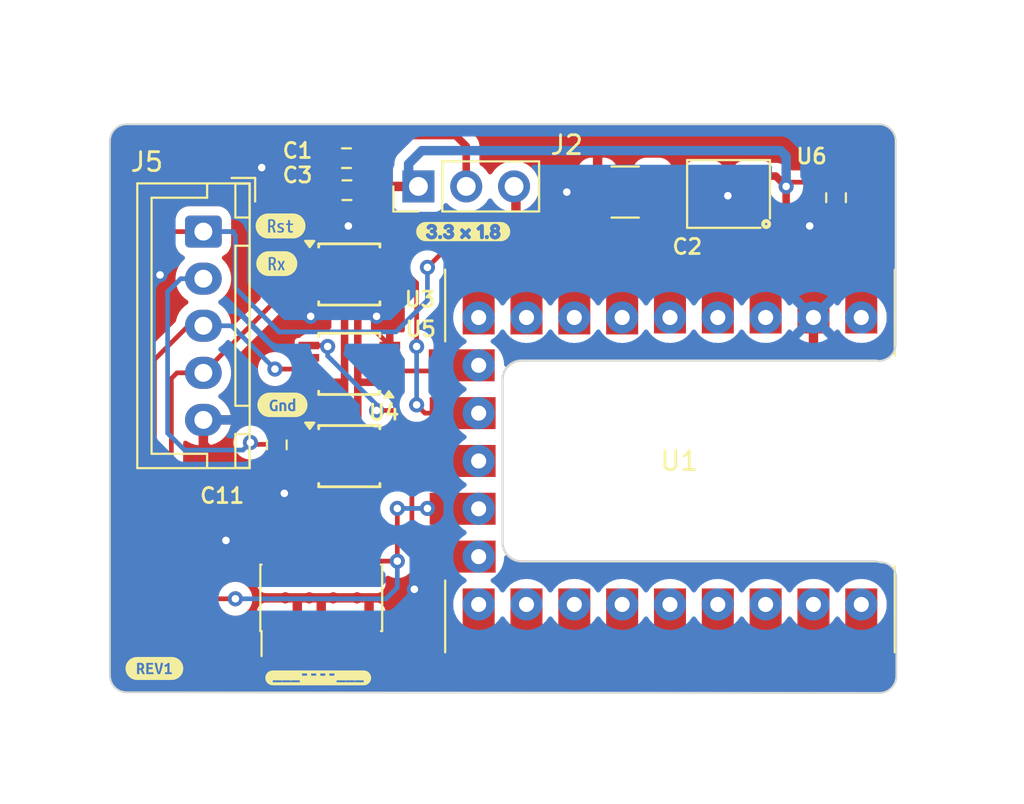
<source format=kicad_pcb>
(kicad_pcb (version 20240108) (generator "pcbnew") (generator_version "8.0")
  (layers (0 "F.Cu" signal) (31 "B.Cu" signal) (34 "B.Paste" user) (35 "F.Paste" user) (36 "B.SilkS" user "B.Silkscreen") (37 "F.SilkS" user "F.Silkscreen") (38 "B.Mask" user) (39 "F.Mask" user) (44 "Edge.Cuts" user))
  (net 0 "")
  (net 1 "+3.3V")
  (net 6 "GND")
  (net 14 "OUT_UART_RX")
  (net 18 "INOUT_NRESET")
  (net 19 "OUT_SWDIO")
  (net 20 "OUT_SWDCLK")
  (net 24 "INOUT_SWO")
  (net 25 "OUT_UART_RX_3V")
  (net 26 "INOUT_SWO_3v")
  (net 27 "VTREF")
  (net 28 "OUT_SWDIO_3V")
  (net 30 "OUT_SWDCLK_3V")
  (net 35 "V1.8")
  (net 36 "SWIO_DIR_3V")
  (footprint "kibuzzard-6719D703" (layer "F.Cu") (at 119.405025 95.694975)
    (property "Reference" "kibuzzard-6719D703" (hide yes))
    (property "Value" "G***" (hide yes))
  )
  (footprint "kibuzzard-67310DA4" (layer "F.Cu") (at 117.205025 73.694975)
    (property "Reference" "kibuzzard-67310DA4" (hide yes))
    (property "Value" "G***" (hide yes))
  )
  (footprint "Resistor_SMD:R_0603_1608Metric" (layer "F.Cu") (at 117.205025 83.319975 -90)
    (property "Reference" "C11" (at 2.7 2.9 180) (layer "F.SilkS") (effects (font (size 0.8 0.8))))
    (property "Value" "100n")
    (pad "1" smd roundrect (at -0.825 0 270) (size 0.8 0.95) (layers "F.Cu" "F.Paste" "F.Mask") (net 27 "VTREF"))
    (pad "2" smd roundrect (at 0.825 0 270) (size 0.8 0.95) (layers "F.Cu" "F.Paste" "F.Mask") (net 6 "GND"))
  )
  (footprint "Connector_PinHeader_2.54mm:PinHeader_1x03_P2.54mm_Vertical" (layer "F.Cu") (at 124.725025 69.594975 90)
    (property "Reference" "J2" (at 2.2 7.88 180) (layer "F.SilkS"))
    (property "Value" "Conn_01x03_Socket")
    (pad "1" thru_hole rect (at 0 0 90) (size 1.7 1.7) (drill 1) (layers "*.Cu" "*.Mask") (net 1 "+3.3V"))
    (pad "2" thru_hole oval (at 0 2.54 90) (size 1.7 1.7) (drill 1) (layers "*.Cu" "*.Mask") (net 27 "VTREF"))
    (pad "3" thru_hole oval (at 0 5.08 90) (size 1.7 1.7) (drill 1) (layers "*.Cu" "*.Mask") (net 35 "V1.8"))
  )
  (footprint "Resistor_SMD:R_1210_3225Metric" (layer "F.Cu") (at 135.705025 69.894975 180)
    (property "Reference" "C2" (at -3.3 -2.9 0) (layer "F.SilkS") (effects (font (size 0.8 0.8))))
    (property "Value" "47u")
    (pad "1" smd roundrect (at -1.4625 0 180) (size 1.125 2.65) (layers "F.Cu" "F.Paste" "F.Mask") (roundrect_rratio 0.222222) (net 35 "V1.8"))
    (pad "2" smd roundrect (at 1.4625 0 180) (size 1.125 2.65) (layers "F.Cu" "F.Paste" "F.Mask") (roundrect_rratio 0.222222) (net 6 "GND"))
  )
  (footprint "Resistor_SMD:R_0603_1608Metric" (layer "F.Cu") (at 120.930025 69.794975 180)
    (property "Reference" "C3" (at 2.625 0.8 0) (layer "F.SilkS") (effects (font (size 0.8 0.8))))
    (property "Value" "100n")
    (pad "1" smd roundrect (at -0.825 0 180) (size 0.8 0.95) (layers "F.Cu" "F.Paste" "F.Mask") (net 1 "+3.3V"))
    (pad "2" smd roundrect (at 0.825 0 180) (size 0.8 0.95) (layers "F.Cu" "F.Paste" "F.Mask") (net 6 "GND"))
  )
  (footprint "kibuzzard-67310D89" (layer "F.Cu") (at 117.405025 71.694975)
    (property "Reference" "kibuzzard-67310D89" (hide yes))
    (property "Value" "G***" (hide yes))
  )
  (footprint "kibuzzard-67A45314" (layer "F.Cu") (at 110.705025 95.194975)
    (property "Reference" "kibuzzard-67A45314" (hide yes))
    (property "Value" "G***" (hide yes))
  )
  (footprint "Package_SO:TSSOP-8_3x3mm_P0.65mm" (layer "F.Cu") (at 121.055025 79.019975 180)
    (property "Reference" "U5" (at -3.794975 1.85 180) (layer "F.SilkS") (effects (font (size 0.8 0.8))))
    (property "Value" "VTREF<->3V")
    (pad "1" smd rect (at -2.15 -0.975 180) (size 1.1 0.4) (layers "F.Cu" "F.Paste" "F.Mask") (net 1 "+3.3V"))
    (pad "2" smd rect (at -2.15 -0.325 180) (size 1.1 0.4) (layers "F.Cu" "F.Paste" "F.Mask") (net 28 "OUT_SWDIO_3V"))
    (pad "3" smd rect (at -2.15 0.325 180) (size 1.1 0.4) (layers "F.Cu" "F.Paste" "F.Mask"))
    (pad "4" smd rect (at -2.15 0.975 180) (size 1.1 0.4) (layers "F.Cu" "F.Paste" "F.Mask") (net 6 "GND"))
    (pad "5" smd rect (at 2.15 0.975 180) (size 1.1 0.4) (layers "F.Cu" "F.Paste" "F.Mask") (net 36 "SWIO_DIR_3V"))
    (pad "6" smd rect (at 2.15 0.325 180) (size 1.1 0.4) (layers "F.Cu" "F.Paste" "F.Mask"))
    (pad "7" smd rect (at 2.15 -0.325 180) (size 1.1 0.4) (layers "F.Cu" "F.Paste" "F.Mask") (net 19 "OUT_SWDIO"))
    (pad "8" smd rect (at 2.15 -0.975 180) (size 1.1 0.4) (layers "F.Cu" "F.Paste" "F.Mask") (net 27 "VTREF"))
  )
  (footprint "kibuzzard-67A3B7A3" (layer "F.Cu") (at 117.505025 81.194975)
    (property "Reference" "kibuzzard-67A3B7A3" (hide yes))
    (property "Value" "G***" (hide yes))
  )
  (footprint "Package_SO:TSSOP-8_3x3mm_P0.65mm" (layer "F.Cu") (at 121.055025 83.919975)
    (property "Reference" "U4" (at 1.85 -2.325 0) (layer "F.SilkS") (effects (font (size 0.8 0.8))))
    (property "Value" "VTREF->3V")
    (pad "1" smd rect (at -2.15 -0.975) (size 1.1 0.4) (layers "F.Cu" "F.Paste" "F.Mask") (net 27 "VTREF"))
    (pad "2" smd rect (at -2.15 -0.325) (size 1.1 0.4) (layers "F.Cu" "F.Paste" "F.Mask") (net 14 "OUT_UART_RX"))
    (pad "3" smd rect (at -2.15 0.325) (size 1.1 0.4) (layers "F.Cu" "F.Paste" "F.Mask") (net 24 "INOUT_SWO"))
    (pad "4" smd rect (at -2.15 0.975) (size 1.1 0.4) (layers "F.Cu" "F.Paste" "F.Mask") (net 6 "GND"))
    (pad "5" smd rect (at 2.15 0.975) (size 1.1 0.4) (layers "F.Cu" "F.Paste" "F.Mask") (net 27 "VTREF"))
    (pad "6" smd rect (at 2.15 0.325) (size 1.1 0.4) (layers "F.Cu" "F.Paste" "F.Mask") (net 26 "INOUT_SWO_3v"))
    (pad "7" smd rect (at 2.15 -0.325) (size 1.1 0.4) (layers "F.Cu" "F.Paste" "F.Mask") (net 25 "OUT_UART_RX_3V"))
    (pad "8" smd rect (at 2.15 -0.975) (size 1.1 0.4) (layers "F.Cu" "F.Paste" "F.Mask") (net 1 "+3.3V"))
  )
  (footprint "Connector_JST:JST_XH_B5B-XH-A_1x05_P2.50mm_Vertical" (layer "F.Cu") (at 113.305025 71.994975 -90)
    (property "Reference" "J5" (at -3.7 3 180) (layer "F.SilkS"))
    (property "Value" "Debug port")
    (pad "1" thru_hole roundrect (at 0 0 270) (size 1.7 1.95) (drill 0.95) (layers "*.Cu" "*.Mask") (roundrect_rratio 0.147059) (net 18 "INOUT_NRESET"))
    (pad "2" thru_hole oval (at 2.5 0 270) (size 1.7 1.95) (drill 0.95) (layers "*.Cu" "*.Mask") (net 14 "OUT_UART_RX"))
    (pad "3" thru_hole oval (at 5 0 270) (size 1.7 1.95) (drill 0.95) (layers "*.Cu" "*.Mask") (net 19 "OUT_SWDIO"))
    (pad "4" thru_hole oval (at 7.5 0 270) (size 1.7 1.95) (drill 0.95) (layers "*.Cu" "*.Mask") (net 20 "OUT_SWDCLK"))
    (pad "5" thru_hole oval (at 10 0 270) (size 1.7 1.95) (drill 0.95) (layers "*.Cu" "*.Mask") (net 6 "GND"))
  )
  (footprint "PCM_Package_TO_SOT_SMD_AKL:TSOT-23-5" (layer "F.Cu") (at 141.195025 69.994975 180)
    (property "Reference" "U6" (at -4.41 2 0) (layer "F.SilkS") (effects (font (size 0.8 0.8))))
    (property "Value" "RT9013-33GB" (hide yes))
    (pad "1" smd roundrect (at -1.31 -0.95 180) (size 1.22 0.65) (layers "F.Cu" "F.Paste" "F.Mask") (net 1 "+3.3V"))
    (pad "2" smd roundrect (at -1.31 0 180) (size 1.22 0.65) (layers "F.Cu" "F.Paste" "F.Mask") (net 6 "GND"))
    (pad "3" smd roundrect (at -1.31 0.95 180) (size 1.22 0.65) (layers "F.Cu" "F.Paste" "F.Mask") (net 1 "+3.3V"))
    (pad "4" smd roundrect (at 1.31 0.95 180) (size 1.22 0.65) (layers "F.Cu" "F.Paste" "F.Mask"))
    (pad "5" smd roundrect (at 1.31 -0.95 180) (size 1.22 0.65) (layers "F.Cu" "F.Paste" "F.Mask") (net 35 "V1.8"))
  )
  (footprint "Connector_PinHeader_1.27mm:PinHeader_2x05_P1.27mm_Vertical_SMD" (layer "F.Cu") (at 119.565025 91.444975 90)
    (property "Reference" "J1" (hide yes))
    (property "Value" "jtag")
    (pad "1" smd rect (at -1.95 -2.54 90) (size 2.4 0.74) (layers "F.Cu" "F.Paste" "F.Mask"))
    (pad "2" smd rect (at 1.95 -2.54 90) (size 2.4 0.74) (layers "F.Cu" "F.Paste" "F.Mask") (net 19 "OUT_SWDIO"))
    (pad "3" smd rect (at -1.95 -1.27 90) (size 2.4 0.74) (layers "F.Cu" "F.Paste" "F.Mask") (net 6 "GND"))
    (pad "4" smd rect (at 1.95 -1.27 90) (size 2.4 0.74) (layers "F.Cu" "F.Paste" "F.Mask") (net 20 "OUT_SWDCLK"))
    (pad "5" smd rect (at -1.95 0 90) (size 2.4 0.74) (layers "F.Cu" "F.Paste" "F.Mask") (net 6 "GND"))
    (pad "6" smd rect (at 1.95 0 90) (size 2.4 0.74) (layers "F.Cu" "F.Paste" "F.Mask") (net 24 "INOUT_SWO"))
    (pad "7" smd rect (at -1.95 1.27 90) (size 2.4 0.74) (layers "F.Cu" "F.Paste" "F.Mask"))
    (pad "8" smd rect (at 1.95 1.27 90) (size 2.4 0.74) (layers "F.Cu" "F.Paste" "F.Mask"))
    (pad "9" smd rect (at -1.95 2.54 90) (size 2.4 0.74) (layers "F.Cu" "F.Paste" "F.Mask") (net 6 "GND"))
    (pad "10" smd rect (at 1.95 2.54 90) (size 2.4 0.74) (layers "F.Cu" "F.Paste" "F.Mask") (net 18 "INOUT_NRESET"))
  )
  (footprint "Resistor_SMD:R_0603_1608Metric" (layer "F.Cu") (at 120.905025 68.094975 180)
    (property "Reference" "C1" (at 2.6 0.4 0) (layer "F.SilkS") (effects (font (size 0.8 0.8))))
    (property "Value" "100n")
    (pad "1" smd roundrect (at -0.825 0 180) (size 0.8 0.95) (layers "F.Cu" "F.Paste" "F.Mask") (net 27 "VTREF"))
    (pad "2" smd roundrect (at 0.825 0 180) (size 0.8 0.95) (layers "F.Cu" "F.Paste" "F.Mask") (net 6 "GND"))
  )
  (footprint "Resistor_SMD:R_0603_1608Metric" (layer "F.Cu") (at 146.905025 70.194975 -90)
    (property "Reference" "C10" (hide yes))
    (property "Value" "100n")
    (pad "1" smd roundrect (at -0.825 0 270) (size 0.8 0.95) (layers "F.Cu" "F.Paste" "F.Mask") (net 1 "+3.3V"))
    (pad "2" smd roundrect (at 0.825 0 270) (size 0.8 0.95) (layers "F.Cu" "F.Paste" "F.Mask") (net 6 "GND"))
  )
  (footprint "RP2040 Carrier:RP2040 Zero" (layer "F.Cu") (at 125.258025 74.014975 -90)
    (property "Reference" "U1" (at 10.16 -13.327 0) (layer "F.SilkS"))
    (property "Value" "RP2040-Zero")
    (fp_line (start 5.842 -3.937) (end 14.478 -3.937) (stroke (width 0.12)) (layer "Edge.Cuts"))
    (fp_line (start 15.494 -4.953) (end 15.494 -23.749) (stroke (width 0.12)) (layer "Edge.Cuts"))
    (fp_line (start 4.826 -23.749) (end 4.826 -4.953) (stroke (width 0.12)) (layer "Edge.Cuts"))
    (fp_arc (start 5.842 -3.937) (mid 5.12358 -4.23458) (end 4.826 -4.953) (stroke (width 0.12)) (layer "Edge.Cuts"))
    (fp_arc (start 15.494 -4.953) (mid 15.19642 -4.23458) (end 14.478 -3.937) (stroke (width 0.12)) (layer "Edge.Cuts"))
    (pad "1" smd rect (at 1.64 -22.987 270) (size 3.5 1.7) (layers "F.Cu" "F.Mask"))
    (pad "1" thru_hole circle (at 2.54 -22.987 270) (size 1.7 1.7) (drill 0.8) (layers "*.Cu" "*.Mask"))
    (pad "2" smd rect (at 1.64 -20.447 270) (size 3.5 1.7) (layers "F.Cu" "F.Mask") (net 6 "GND"))
    (pad "2" thru_hole circle (at 2.54 -20.447 270) (size 1.7 1.7) (drill 0.8) (layers "*.Cu" "*.Mask") (net 6 "GND"))
    (pad "3" smd rect (at 1.64 -17.907 270) (size 3.5 1.7) (layers "F.Cu" "F.Mask") (net 1 "+3.3V"))
    (pad "3" thru_hole circle (at 2.54 -17.907 270) (size 1.7 1.7) (drill 0.8) (layers "*.Cu" "*.Mask") (net 1 "+3.3V"))
    (pad "4" smd rect (at 1.64 -15.367 270) (size 3.5 1.7) (layers "F.Cu" "F.Mask"))
    (pad "4" thru_hole circle (at 2.54 -15.367 270) (size 1.7 1.7) (drill 0.8) (layers "*.Cu" "*.Mask"))
    (pad "5" smd rect (at 1.64 -12.827 270) (size 3.5 1.7) (layers "F.Cu" "F.Mask"))
    (pad "5" thru_hole circle (at 2.54 -12.827 270) (size 1.7 1.7) (drill 0.8) (layers "*.Cu" "*.Mask"))
    (pad "6" smd rect (at 1.69 -10.287 270) (size 3.5 1.7) (layers "F.Cu" "F.Mask"))
    (pad "6" thru_hole circle (at 2.54 -10.287 270) (size 1.7 1.7) (drill 0.8) (layers "*.Cu" "*.Mask"))
    (pad "7" smd rect (at 1.69 -7.747 270) (size 3.5 1.7) (layers "F.Cu" "F.Mask") (net 18 "INOUT_NRESET"))
    (pad "7" thru_hole circle (at 2.54 -7.747 270) (size 1.7 1.7) (drill 0.8) (layers "*.Cu" "*.Mask") (net 18 "INOUT_NRESET"))
    (pad "8" smd rect (at 1.69 -5.207 270) (size 3.5 1.7) (layers "F.Cu" "F.Mask"))
    (pad "8" thru_hole circle (at 2.54 -5.207 270) (size 1.7 1.7) (drill 0.8) (layers "*.Cu" "*.Mask"))
    (pad "9" smd rect (at 1.69 -2.667 270) (size 3.5 1.7) (layers "F.Cu" "F.Mask"))
    (pad "9" thru_hole circle (at 2.54 -2.667 270) (size 1.7 1.7) (drill 0.8) (layers "*.Cu" "*.Mask"))
    (pad "10" thru_hole circle (at 17.78 -22.987 270) (size 1.7 1.7) (drill 0.8) (layers "*.Cu" "*.Mask"))
    (pad "10" smd rect (at 18.68 -22.987 270) (size 3.5 1.7) (layers "F.Cu" "F.Mask"))
    (pad "11" thru_hole circle (at 17.78 -20.447 270) (size 1.7 1.7) (drill 0.8) (layers "*.Cu" "*.Mask"))
    (pad "11" smd rect (at 18.68 -20.447 270) (size 3.5 1.7) (layers "F.Cu" "F.Mask"))
    (pad "12" thru_hole circle (at 17.78 -17.907 270) (size 1.7 1.7) (drill 0.8) (layers "*.Cu" "*.Mask"))
    (pad "12" smd rect (at 18.68 -17.907 270) (size 3.5 1.7) (layers "F.Cu" "F.Mask"))
    (pad "13" thru_hole circle (at 17.78 -15.367 270) (size 1.7 1.7) (drill 0.8) (layers "*.Cu" "*.Mask"))
    (pad "13" smd rect (at 18.68 -15.367 270) (size 3.5 1.7) (layers "F.Cu" "F.Mask"))
    (pad "14" thru_hole circle (at 17.78 -12.827 270) (size 1.7 1.7) (drill 0.8) (layers "*.Cu" "*.Mask"))
    (pad "14" smd rect (at 18.68 -12.827 270) (size 3.5 1.7) (layers "F.Cu" "F.Mask"))
    (pad "15" thru_hole circle (at 17.78 -10.287 270) (size 1.7 1.7) (drill 0.8) (layers "*.Cu" "*.Mask"))
    (pad "15" smd rect (at 18.68 -10.287 270) (size 3.5 1.7) (layers "F.Cu" "F.Mask"))
    (pad "16" thru_hole circle (at 17.78 -7.747 270) (size 1.7 1.7) (drill 0.8) (layers "*.Cu" "*.Mask"))
    (pad "16" smd rect (at 18.68 -7.747 270) (size 3.5 1.7) (layers "F.Cu" "F.Mask"))
    (pad "17" thru_hole circle (at 17.78 -5.207 270) (size 1.7 1.7) (drill 0.8) (layers "*.Cu" "*.Mask"))
    (pad "17" smd rect (at 18.68 -5.207 270) (size 3.5 1.7) (layers "F.Cu" "F.Mask"))
    (pad "18" thru_hole circle (at 17.78 -2.667 270) (size 1.7 1.7) (drill 0.8) (layers "*.Cu" "*.Mask"))
    (pad "18" smd rect (at 18.68 -2.667 270) (size 3.5 1.7) (layers "F.Cu" "F.Mask"))
    (pad "19" thru_hole circle (at 5.08 -2.667 270) (size 1.7 1.7) (drill 0.8) (layers "*.Cu" "*.Mask") (net 28 "OUT_SWDIO_3V"))
    (pad "19" smd rect (at 5.08 -1.767) (size 3.5 1.7) (layers "F.Cu" "F.Mask") (net 28 "OUT_SWDIO_3V"))
    (pad "20" thru_hole circle (at 7.62 -2.667 270) (size 1.7 1.7) (drill 0.8) (layers "*.Cu" "*.Mask") (net 30 "OUT_SWDCLK_3V"))
    (pad "20" smd rect (at 7.62 -1.817) (size 3.5 1.7) (layers "F.Cu" "F.Mask") (net 30 "OUT_SWDCLK_3V"))
    (pad "21" thru_hole circle (at 10.16 -2.667 270) (size 1.7 1.7) (drill 0.8) (layers "*.Cu" "*.Mask") (net 36 "SWIO_DIR_3V"))
    (pad "21" smd rect (at 10.16 -1.817) (size 3.5 1.7) (layers "F.Cu" "F.Mask") (net 36 "SWIO_DIR_3V"))
    (pad "22" thru_hole circle (at 12.7 -2.667 270) (size 1.7 1.7) (drill 0.8) (layers "*.Cu" "*.Mask") (net 18 "INOUT_NRESET"))
    (pad "22" smd rect (at 12.7 -1.817) (size 3.5 1.7) (layers "F.Cu" "F.Mask") (net 18 "INOUT_NRESET"))
    (pad "23" thru_hole circle (at 15.24 -2.667 270) (size 1.7 1.7) (drill 0.8) (layers "*.Cu" "*.Mask") (net 25 "OUT_UART_RX_3V"))
    (pad "23" smd rect (at 15.24 -1.817) (size 3.5 1.7) (layers "F.Cu" "F.Mask") (net 25 "OUT_UART_RX_3V"))
  )
  (footprint "kibuzzard-6714FCCA" (layer "F.Cu") (at 127.105025 71.994975)
    (property "Reference" "kibuzzard-6714FCCA" (hide yes))
    (property "Value" "G***" (hide yes))
  )
  (footprint "Package_SO:TSSOP-8_3x3mm_P0.65mm" (layer "F.Cu") (at 121.055025 74.269975)
    (property "Reference" "U3" (at 3.75 1.325 0) (layer "F.SilkS") (effects (font (size 0.8 0.8))))
    (property "Value" "3V->VTREF")
    (pad "1" smd rect (at -2.15 -0.975) (size 1.1 0.4) (layers "F.Cu" "F.Paste" "F.Mask") (net 27 "VTREF"))
    (pad "2" smd rect (at -2.15 -0.325) (size 1.1 0.4) (layers "F.Cu" "F.Paste" "F.Mask") (net 20 "OUT_SWDCLK"))
    (pad "3" smd rect (at -2.15 0.325) (size 1.1 0.4) (layers "F.Cu" "F.Paste" "F.Mask"))
    (pad "4" smd rect (at -2.15 0.975) (size 1.1 0.4) (layers "F.Cu" "F.Paste" "F.Mask") (net 6 "GND"))
    (pad "5" smd rect (at 2.15 0.975) (size 1.1 0.4) (layers "F.Cu" "F.Paste" "F.Mask") (net 6 "GND"))
    (pad "6" smd rect (at 2.15 0.325) (size 1.1 0.4) (layers "F.Cu" "F.Paste" "F.Mask"))
    (pad "7" smd rect (at 2.15 -0.325) (size 1.1 0.4) (layers "F.Cu" "F.Paste" "F.Mask") (net 30 "OUT_SWDCLK_3V"))
    (pad "8" smd rect (at 2.15 -0.975) (size 1.1 0.4) (layers "F.Cu" "F.Paste" "F.Mask") (net 1 "+3.3V"))
  )
  (gr_arc (start 108.341421 67.194975) (mid 108.605025 66.558579) (end 109.241421 66.294975) (stroke (width 0.1)) (layer "Edge.Cuts"))
  (gr_line (start 149.007025 89.508975) (end 149.268629 89.558579) (stroke (width 0.1)) (layer "Edge.Cuts"))
  (gr_line (start 149.205025 96.494975) (end 109.241421 96.458579) (stroke (width 0.1)) (layer "Edge.Cuts"))
  (gr_line (start 108.341421 67.194975) (end 108.341421 95.558579) (stroke (width 0.1)) (layer "Edge.Cuts"))
  (gr_line (start 149.007025 78.840975) (end 149.168629 78.858579) (stroke (width 0.1)) (layer "Edge.Cuts"))
  (gr_arc (start 149.268629 89.558579) (mid 149.86005 89.803554) (end 150.105025 90.394975) (stroke (width 0.1)) (layer "Edge.Cuts"))
  (gr_arc (start 149.168629 66.294975) (mid 149.805025 66.558579) (end 150.068629 67.194975) (stroke (width 0.1)) (layer "Edge.Cuts"))
  (gr_line (start 150.068629 77.958579) (end 150.068629 67.194975) (stroke (width 0.1)) (layer "Edge.Cuts"))
  (gr_arc (start 150.068629 77.958579) (mid 149.805025 78.594975) (end 149.168629 78.858579) (stroke (width 0.1)) (layer "Edge.Cuts"))
  (gr_arc (start 109.241421 96.458579) (mid 108.605025 96.194975) (end 108.341421 95.558579) (stroke (width 0.1)) (layer "Edge.Cuts"))
  (gr_line (start 149.168629 66.294975) (end 109.241421 66.294975) (stroke (width 0.1)) (layer "Edge.Cuts"))
  (gr_arc (start 150.105025 95.594975) (mid 149.841421 96.231371) (end 149.205025 96.494975) (stroke (width 0.1)) (layer "Edge.Cuts"))
  (gr_line (start 150.105025 90.394975) (end 150.105025 95.594975) (stroke (width 0.1)) (layer "Edge.Cuts"))
  (segment (start 121.930025 73.694975) (end 121.505025 74.119975) (width 0.4) (layer "F.Cu") (net 1))
  (segment (start 146.905025 69.369975) (end 144.580025 69.369975) (width 0.25) (layer "F.Cu") (net 1))
  (segment (start 142.655025 69.044975) (end 143.705025 69.044975) (width 0.4) (layer "F.Cu") (net 1))
  (segment (start 143.165025 75.654975) (end 143.165025 71.604975) (width 0.5) (layer "F.Cu") (net 1))
  (segment (start 122.317525 73.307475) (end 122.505025 73.119975) (width 0.5) (layer "F.Cu") (net 1))
  (segment (start 144.255025 70.794975) (end 144.255025 69.594975) (width 0.4) (layer "F.Cu") (net 1))
  (segment (start 121.505025 74.119975) (end 121.505025 82.169975) (width 0.4) (layer "F.Cu") (net 1))
  (segment (start 143.165025 71.604975) (end 142.505025 70.944975) (width 0.5) (layer "F.Cu") (net 1))
  (segment (start 123.205025 73.294975) (end 122.330025 73.294975) (width 0.25) (layer "F.Cu") (net 1))
  (segment (start 144.105025 70.944975) (end 144.255025 70.794975) (width 0.4) (layer "F.Cu") (net 1))
  (segment (start 143.705025 69.044975) (end 144.255025 69.594975) (width 0.4) (layer "F.Cu") (net 1))
  (segment (start 121.755025 69.794975) (end 121.955025 69.594975) (width 0.5) (layer "F.Cu") (net 1))
  (segment (start 121.930025 73.694975) (end 122.317525 73.307475) (width 0.5) (layer "F.Cu") (net 1))
  (segment (start 144.480025 69.369975) (end 144.255025 69.594975) (width 0.25) (layer "F.Cu") (net 1))
  (segment (start 122.330025 82.994975) (end 123.480025 82.994975) (width 0.4) (layer "F.Cu") (net 1))
  (segment (start 121.955025 69.594975) (end 124.725025 69.594975) (width 0.5) (layer "F.Cu") (net 1))
  (segment (start 121.505025 82.169975) (end 122.330025 82.994975) (width 0.4) (layer "F.Cu") (net 1))
  (segment (start 122.931281 79.994975) (end 121.478769 79.994975) (width 0.4) (layer "F.Cu") (net 1))
  (segment (start 144.580025 69.369975) (end 144.305025 69.644975) (width 0.25) (layer "F.Cu") (net 1))
  (segment (start 142.655025 70.944975) (end 144.105025 70.944975) (width 0.4) (layer "F.Cu") (net 1))
  (segment (start 122.505025 73.119975) (end 122.505025 69.594975) (width 0.5) (layer "F.Cu") (net 1))
  (segment (start 122.330025 73.294975) (end 122.317525 73.307475) (width 0.25) (layer "F.Cu") (net 1))
  (segment (start 144.305025 69.644975) (end 144.255025 69.594975) (width 0.5) (layer "F.Cu") (net 1))
  (via (at 144.255025 69.594975) (size 0.8) (drill 0.4) (layers "F.Cu" "B.Cu") (net 1))
  (segment (start 143.955025 67.694975) (end 124.905025 67.694975) (width 0.5) (layer "B.Cu") (net 1))
  (segment (start 124.205025 68.394975) (end 124.205025 69.594975) (width 0.5) (layer "B.Cu") (net 1))
  (segment (start 144.255025 69.594975) (end 144.255025 67.994975) (width 0.5) (layer "B.Cu") (net 1))
  (segment (start 144.255025 67.994975) (end 143.955025 67.694975) (width 0.5) (layer "B.Cu") (net 1))
  (segment (start 124.905025 67.694975) (end 124.205025 68.394975) (width 0.5) (layer "B.Cu") (net 1))
  (segment (start 146.905025 71.019975) (end 146.905025 71.594975) (width 0.25) (layer "F.Cu") (net 6))
  (segment (start 146.905025 71.594975) (end 146.805025 71.694975) (width 0.25) (layer "F.Cu") (net 6))
  (segment (start 141.16005 70.08995) (end 141.255025 69.994975) (width 0.25) (layer "F.Cu") (net 6))
  (segment (start 117.505025 85.994975) (end 117.502512 85.994975) (width 0.25) (layer "F.Cu") (net 6))
  (segment (start 118.905025 84.894975) (end 118.905025 85.094975) (width 0.25) (layer "F.Cu") (net 6))
  (segment (start 145.705025 75.654975) (end 145.705025 71.894975) (width 0.5) (layer "F.Cu") (net 6))
  (segment (start 117.505025 84.219975) (end 117.505025 85.794975) (width 0.25) (layer "F.Cu") (net 6))
  (segment (start 120.080025 69.769975) (end 120.105025 69.794975) (width 0.25) (layer "F.Cu") (net 6))
  (segment (start 118.105025 85.894975) (end 117.605025 85.894975) (width 0.4) (layer "F.Cu") (net 6))
  (segment (start 121.005025 71.694975) (end 121.005025 70.694975) (width 0.25) (layer "F.Cu") (net 6))
  (segment (start 117.605025 85.894975) (end 117.505025 85.994975) (width 0.25) (layer "F.Cu") (net 6))
  (segment (start 122.505025 75.944975) (end 123.205025 75.244975) (width 0.25) (layer "F.Cu") (net 6))
  (segment (start 124.505025 90.994975) (end 124.51005 90.98995) (width 0.5) (layer "F.Cu") (net 6))
  (segment (start 124.505025 94.994975) (end 124.505025 90.994975) (width 0.5) (layer "F.Cu") (net 6))
  (segment (start 120.265025 95.794975) (end 124.505025 95.794975) (width 0.5) (layer "F.Cu") (net 6))
  (segment (start 113.305025 83.294975) (end 113.305025 81.994975) (width 0.5) (layer "F.Cu") (net 6))
  (segment (start 117.605025 85.894975) (end 115.905025 85.894975) (width 0.5) (layer "F.Cu") (net 6))
  (segment (start 120.080025 68.094975) (end 120.080025 69.769975) (width 0.25) (layer "F.Cu") (net 6))
  (segment (start 123.205025 75.294975) (end 123.205025 75.244975) (width 0.25) (layer "F.Cu") (net 6))
  (segment (start 141.255025 69.994975) (end 142.655025 69.994975) (width 0.4) (layer "F.Cu") (net 6))
  (segment (start 145.705025 71.894975) (end 145.505025 71.694975) (width 0.5) (layer "F.Cu") (net 6))
  (segment (start 121.005025 70.694975) (end 120.105025 69.794975) (width 0.25) (layer "F.Cu") (net 6))
  (segment (start 124.505025 94.994975) (end 122.905025 93.394975) (width 0.5) (layer "F.Cu") (net 6))
  (segment (start 120.265025 95.794975) (end 119.565025 95.094975) (width 0.5) (layer "F.Cu") (net 6))
  (segment (start 134.192525 69.894975) (end 132.617525 69.894975) (width 0.5) (layer "F.Cu") (net 6))
  (segment (start 115.905025 85.894975) (end 113.305025 83.294975) (width 0.5) (layer "F.Cu") (net 6))
  (segment (start 118.295025 93.394975) (end 119.565025 93.394975) (width 0.5) (layer "F.Cu") (net 6))
  (segment (start 119.005025 76.494975) (end 119.005025 75.344975) (width 0.25) (layer "F.Cu") (net 6))
  (segment (start 118.905025 85.094975) (end 118.105025 85.894975) (width 0.4) (layer "F.Cu") (net 6))
  (segment (start 122.905025 93.394975) (end 122.105025 93.394975) (width 0.5) (layer "F.Cu") (net 6))
  (segment (start 117.505025 85.794975) (end 117.605025 85.894975) (width 0.25) (layer "F.Cu") (net 6))
  (segment (start 146.805025 71.694975) (end 145.505025 71.694975) (width 0.25) (layer "F.Cu") (net 6))
  (segment (start 119.005025 75.344975) (end 118.905025 75.244975) (width 0.25) (layer "F.Cu") (net 6))
  (segment (start 123.205025 78.044975) (end 122.505025 77.344975) (width 0.25) (layer "F.Cu") (net 6))
  (segment (start 122.505025 77.344975) (end 122.505025 75.944975) (width 0.25) (layer "F.Cu") (net 6))
  (segment (start 124.505025 95.794975) (end 124.505025 94.994975) (width 0.5) (layer "F.Cu") (net 6))
  (segment (start 119.565025 95.094975) (end 119.565025 93.394975) (width 0.5) (layer "F.Cu") (net 6))
  (via (at 116.405025 68.594975) (size 0.8) (drill 0.4) (layers "F.Cu" "B.Cu") (net 6))
  (via (at 121.005025 71.694975) (size 0.8) (drill 0.4) (layers "F.Cu" "B.Cu") (net 6))
  (via (at 114.505025 88.394975) (size 0.8) (drill 0.4) (layers "F.Cu" "B.Cu") (net 6))
  (via (at 132.605025 69.894975) (size 0.8) (drill 0.4) (layers "F.Cu" "B.Cu") (net 6))
  (via (at 111.005025 74.294975) (size 0.8) (drill 0.4) (layers "F.Cu" "B.Cu") (net 6))
  (via (at 119.005025 76.494975) (size 0.8) (drill 0.4) (layers "F.Cu" "B.Cu") (net 6))
  (via (at 141.16005 70.08995) (size 0.8) (drill 0.4) (layers "F.Cu" "B.Cu") (net 6))
  (via (at 122.505025 76.494975) (size 0.8) (drill 0.4) (layers "F.Cu" "B.Cu") (net 6))
  (via (at 117.605025 85.894975) (size 0.8) (drill 0.4) (layers "F.Cu" "B.Cu") (net 6))
  (via (at 124.51005 90.98995) (size 0.8) (drill 0.4) (layers "F.Cu" "B.Cu") (net 6))
  (via (at 145.505025 71.694975) (size 0.8) (drill 0.4) (layers "F.Cu" "B.Cu") (net 6))
  (segment (start 125.605025 71.694975) (end 145.505025 71.694975) (width 0.5) (layer "B.Cu") (net 6))
  (segment (start 132.605025 71.694975) (end 132.605025 69.894975) (width 0.5) (layer "B.Cu") (net 6))
  (segment (start 124.51005 90.98995) (end 124.505025 90.984925) (width 0.5) (layer "B.Cu") (net 6))
  (segment (start 124.505025 90.984925) (end 124.505025 89.394975) (width 0.5) (layer "B.Cu") (net 6))
  (segment (start 121.005025 74.194975) (end 121.005025 71.394975) (width 0.25) (layer "B.Cu") (net 6))
  (segment (start 124.505025 89.192893) (end 121.207107 85.894975) (width 0.5) (layer "B.Cu") (net 6))
  (segment (start 122.505025 75.694975) (end 121.005025 74.194975) (width 0.25) (layer "B.Cu") (net 6))
  (segment (start 124.505025 89.394975) (end 124.505025 89.192893) (width 0.5) (layer "B.Cu") (net 6))
  (segment (start 121.005025 71.694975) (end 125.605025 71.694975) (width 0.5) (layer "B.Cu") (net 6))
  (segment (start 126.305025 87.594975) (end 124.505025 89.394975) (width 0.5) (layer "B.Cu") (net 6))
  (segment (start 119.005025 76.494975) (end 122.505025 76.494975) (width 0.25) (layer "B.Cu") (net 6))
  (segment (start 141.805025 70.734925) (end 141.16005 70.08995) (width 0.5) (layer "B.Cu") (net 6))
  (segment (start 121.207107 85.894975) (end 117.605025 85.894975) (width 0.5) (layer "B.Cu") (net 6))
  (segment (start 125.605025 71.694975) (end 126.305025 72.394975) (width 0.5) (layer "B.Cu") (net 6))
  (segment (start 126.305025 72.394975) (end 126.305025 87.594975) (width 0.5) (layer "B.Cu") (net 6))
  (segment (start 122.505025 76.494975) (end 122.505025 75.694975) (width 0.25) (layer "B.Cu") (net 6))
  (segment (start 141.805025 71.694975) (end 141.805025 70.734925) (width 0.5) (layer "B.Cu") (net 6))
  (segment (start 118.105025 83.594975) (end 117.805025 83.294975) (width 0.25) (layer "F.Cu") (net 14))
  (segment (start 118.905025 83.594975) (end 118.105025 83.594975) (width 0.25) (layer "F.Cu") (net 14))
  (segment (start 115.905025 83.294975) (end 115.805025 83.194975) (width 0.25) (layer "F.Cu") (net 14))
  (segment (start 117.805025 83.294975) (end 115.905025 83.294975) (width 0.25) (layer "F.Cu") (net 14))
  (via (at 115.805025 83.194975) (size 0.8) (drill 0.4) (layers "F.Cu" "B.Cu") (net 14))
  (segment (start 111.405025 82.694975) (end 111.405025 75.194975) (width 0.25) (layer "B.Cu") (net 14))
  (segment (start 115.405025 83.594975) (end 112.305025 83.594975) (width 0.25) (layer "B.Cu") (net 14))
  (segment (start 112.305025 83.594975) (end 111.405025 82.694975) (width 0.25) (layer "B.Cu") (net 14))
  (segment (start 111.405025 75.194975) (end 112.105025 74.494975) (width 0.25) (layer "B.Cu") (net 14))
  (segment (start 115.980025 83.019975) (end 115.405025 83.594975) (width 0.25) (layer "B.Cu") (net 14))
  (segment (start 112.105025 74.494975) (end 113.305025 74.494975) (width 0.25) (layer "B.Cu") (net 14))
  (segment (start 109.905025 73.794975) (end 109.905025 87.894975) (width 0.25) (layer "F.Cu") (net 18))
  (segment (start 123.605025 89.494975) (end 122.105025 89.494975) (width 0.25) (layer "F.Cu") (net 18))
  (segment (start 111.705025 71.994975) (end 109.905025 73.794975) (width 0.25) (layer "F.Cu") (net 18))
  (segment (start 113.505025 91.494975) (end 115.005025 91.494975) (width 0.25) (layer "F.Cu") (net 18))
  (segment (start 109.905025 87.894975) (end 113.505025 91.494975) (width 0.25) (layer "F.Cu") (net 18))
  (segment (start 123.605025 86.694975) (end 123.605025 89.494975) (width 0.25) (layer "F.Cu") (net 18))
  (segment (start 132.505025 72.894975) (end 126.205025 72.894975) (width 0.25) (layer "F.Cu") (net 18))
  (segment (start 113.305025 71.994975) (end 111.705025 71.994975) (width 0.25) (layer "F.Cu") (net 18))
  (segment (start 133.005025 75.704975) (end 133.005025 73.394975) (width 0.25) (layer "F.Cu") (net 18))
  (segment (start 126.205025 72.894975) (end 125.205025 73.894975) (width 0.25) (layer "F.Cu") (net 18))
  (segment (start 133.005025 73.394975) (end 132.505025 72.894975) (width 0.25) (layer "F.Cu") (net 18))
  (via (at 123.605025 86.694975) (size 0.8) (drill 0.4) (layers "F.Cu" "B.Cu") (net 18))
  (via (at 125.205025 73.894975) (size 0.8) (drill 0.4) (layers "F.Cu" "B.Cu") (net 18))
  (via (at 115.005025 91.494975) (size 0.8) (drill 0.4) (layers "F.Cu" "B.Cu") (net 18))
  (via (at 125.205025 86.694975) (size 0.8) (drill 0.4) (layers "F.Cu" "B.Cu") (net 18))
  (via (at 123.605025 89.494975) (size 0.8) (drill 0.4) (layers "F.Cu" "B.Cu") (net 18))
  (segment (start 114.805025 71.994975) (end 113.305025 71.994975) (width 0.25) (layer "B.Cu") (net 18))
  (segment (start 117.330025 77.319975) (end 115.005025 74.994975) (width 0.25) (layer "B.Cu") (net 18))
  (segment (start 125.205025 75.644975) (end 123.530025 77.319975) (width 0.25) (layer "B.Cu") (net 18))
  (segment (start 115.005025 74.994975) (end 115.005025 72.194975) (width 0.25) (layer "B.Cu") (net 18))
  (segment (start 115.005025 72.194975) (end 114.805025 71.994975) (width 0.25) (layer "B.Cu") (net 18))
  (segment (start 123.530025 77.319975) (end 117.330025 77.319975) (width 0.25) (layer "B.Cu") (net 18))
  (segment (start 125.205025 75.644975) (end 125.205025 73.944975) (width 0.25) (layer "B.Cu") (net 18))
  (segment (start 113.305025 71.994975) (end 114.905025 71.994975) (width 0.25) (layer "B.Cu") (net 18))
  (segment (start 125.205025 86.694975) (end 123.605025 86.694975) (width 0.25) (layer "B.Cu") (net 18))
  (segment (start 115.005025 91.494975) (end 123.005025 91.494975) (width 0.25) (layer "B.Cu") (net 18))
  (segment (start 123.005025 91.494975) (end 123.605025 90.894975) (width 0.25) (layer "B.Cu") (net 18))
  (segment (start 123.605025 90.894975) (end 123.605025 89.494975) (width 0.25) (layer "B.Cu") (net 18))
  (segment (start 110.705025 86.194975) (end 110.705025 78.794975) (width 0.25) (layer "F.Cu") (net 19))
  (segment (start 110.705025 78.794975) (end 112.505025 76.994975) (width 0.25) (layer "F.Cu") (net 19))
  (segment (start 118.970037 79.294975) (end 117.240012 79.294975) (width 0.25) (layer "F.Cu") (net 19))
  (segment (start 117.025025 89.494975) (end 114.005025 89.494975) (width 0.25) (layer "F.Cu") (net 19))
  (segment (start 114.005025 89.494975) (end 110.705025 86.194975) (width 0.25) (layer "F.Cu") (net 19))
  (via (at 117.105025 79.294975) (size 0.8) (drill 0.4) (layers "F.Cu" "B.Cu") (net 19))
  (segment (start 117.105025 79.294975) (end 114.805025 76.994975) (width 0.25) (layer "B.Cu") (net 19))
  (segment (start 114.805025 76.994975) (end 113.305025 76.994975) (width 0.25) (layer "B.Cu") (net 19))
  (segment (start 117.830025 73.944975) (end 116.980025 74.794975) (width 0.25) (layer "F.Cu") (net 20))
  (segment (start 117.905025 87.194975) (end 118.295025 87.584975) (width 0.25) (layer "F.Cu") (net 20))
  (segment (start 116.980025 74.794975) (end 116.980025 75.819975) (width 0.25) (layer "F.Cu") (net 20))
  (segment (start 111.605025 79.794975) (end 111.605025 84.794975) (width 0.25) (layer "F.Cu") (net 20))
  (segment (start 116.980025 75.819975) (end 113.305025 79.494975) (width 0.25) (layer "F.Cu") (net 20))
  (segment (start 114.005025 87.194975) (end 117.905025 87.194975) (width 0.25) (layer "F.Cu") (net 20))
  (segment (start 118.295025 87.584975) (end 118.295025 89.494975) (width 0.25) (layer "F.Cu") (net 20))
  (segment (start 118.905025 73.944975) (end 117.830025 73.944975) (width 0.25) (layer "F.Cu") (net 20))
  (segment (start 111.905025 79.494975) (end 111.605025 79.794975) (width 0.25) (layer "F.Cu") (net 20))
  (segment (start 111.605025 84.794975) (end 114.005025 87.194975) (width 0.25) (layer "F.Cu") (net 20))
  (segment (start 113.305025 79.494975) (end 111.905025 79.494975) (width 0.25) (layer "F.Cu") (net 20))
  (segment (start 120.705025 86.594975) (end 119.605025 87.694975) (width 0.25) (layer "F.Cu") (net 24))
  (segment (start 119.605025 87.694975) (end 119.605025 89.454975) (width 0.25) (layer "F.Cu") (net 24))
  (segment (start 118.905025 84.244975) (end 120.155025 84.244975) (width 0.25) (layer "F.Cu") (net 24))
  (segment (start 120.705025 84.794975) (end 120.705025 86.594975) (width 0.25) (layer "F.Cu") (net 24))
  (segment (start 120.155025 84.244975) (end 120.705025 84.794975) (width 0.25) (layer "F.Cu") (net 24))
  (segment (start 125.665025 89.254975) (end 124.380025 87.969975) (width 0.25) (layer "F.Cu") (net 25))
  (segment (start 124.380025 87.969975) (end 124.380025 84.019975) (width 0.25) (layer "F.Cu") (net 25))
  (segment (start 123.955025 83.594975) (end 123.205025 83.594975) (width 0.25) (layer "F.Cu") (net 25))
  (segment (start 124.380025 84.019975) (end 123.955025 83.594975) (width 0.25) (layer "F.Cu") (net 25))
  (segment (start 119.905025 82.294975) (end 119.555025 82.294975) (width 0.25) (layer "F.Cu") (net 27))
  (segment (start 122.505025 84.894975) (end 119.905025 82.294975) (width 0.4) (layer "F.Cu") (net 27))
  (segment (start 127.265025 69.594975) (end 127.265025 67.454975) (width 0.4) (layer "F.Cu") (net 27))
  (segment (start 121.730025 68.094975) (end 121.730025 66.969975) (width 0.25) (layer "F.Cu") (net 27))
  (segment (start 127.265025 67.454975) (end 126.705025 66.894975) (width 0.4) (layer "F.Cu") (net 27))
  (segment (start 121.730025 66.969975) (end 121.805025 66.894975) (width 0.25) (layer "F.Cu") (net 27))
  (segment (start 126.705025 66.894975) (end 121.805025 66.894975) (width 0.4) (layer "F.Cu") (net 27))
  (segment (start 120.805025 73.394975) (end 120.805025 82.944975) (width 0.4) (layer "F.Cu") (net 27))
  (segment (start 118.905025 67.294975) (end 118.905025 73.294975) (width 0.4) (layer "F.Cu") (net 27))
  (segment (start 120.555025 79.994975) (end 118.905025 79.994975) (width 0.4) (layer "F.Cu") (net 27))
  (segment (start 119.305025 66.894975) (end 118.905025 67.294975) (width 0.4) (layer "F.Cu") (net 27))
  (segment (start 123.205025 84.894975) (end 122.505025 84.894975) (width 0.4) (layer "F.Cu") (net 27))
  (segment (start 120.655025 73.294975) (end 119.155025 73.294975) (width 0.4) (layer "F.Cu") (net 27))
  (segment (start 121.805025 66.894975) (end 119.305025 66.894975) (width 0.4) (layer "F.Cu") (net 27))
  (segment (start 117.490012 82.294975) (end 119.905025 82.294975) (width 0.4) (layer "F.Cu") (net 27))
  (segment (start 119.555025 82.294975) (end 118.905025 82.944975) (width 0.25) (layer "F.Cu") (net 27))
  (segment (start 121.905025 68.094975) (end 121.730025 68.094975) (width 0.25) (layer "F.Cu") (net 27))
  (segment (start 126.925025 79.394975) (end 123.43505 79.394975) (width 0.25) (layer "F.Cu") (net 28))
  (segment (start 127.075025 81.634975) (end 125.070025 81.634975) (width 0.25) (layer "F.Cu") (net 30))
  (segment (start 123.892525 73.994975) (end 123.317525 73.994975) (width 0.25) (layer "F.Cu") (net 30))
  (segment (start 125.070025 81.634975) (end 124.630025 81.194975) (width 0.25) (layer "F.Cu") (net 30))
  (segment (start 124.630025 78.094975) (end 124.630025 74.732475) (width 0.25) (layer "F.Cu") (net 30))
  (segment (start 124.630025 74.732475) (end 123.892525 73.994975) (width 0.25) (layer "F.Cu") (net 30))
  (via (at 124.630025 78.094975) (size 0.8) (drill 0.4) (layers "F.Cu" "B.Cu") (net 30))
  (via (at 124.630025 81.194975) (size 0.8) (drill 0.4) (layers "F.Cu" "B.Cu") (net 30))
  (segment (start 124.630025 81.194975) (end 124.630025 78.094975) (width 0.25) (layer "B.Cu") (net 30))
  (segment (start 138.217525 70.944975) (end 137.167525 69.894975) (width 0.5) (layer "F.Cu") (net 35))
  (segment (start 130.305025 71.794975) (end 129.905025 71.394975) (width 0.5) (layer "F.Cu") (net 35))
  (segment (start 139.885025 71.564975) (end 139.655025 71.794975) (width 0.5) (layer "F.Cu") (net 35))
  (segment (start 139.655025 71.794975) (end 130.305025 71.794975) (width 0.5) (layer "F.Cu") (net 35))
  (segment (start 129.905025 71.394975) (end 129.905025 69.654975) (width 0.5) (layer "F.Cu") (net 35))
  (segment (start 139.885025 70.944975) (end 138.217525 70.944975) (width 0.5) (layer "F.Cu") (net 35))
  (segment (start 139.885025 70.944975) (end 139.885025 71.564975) (width 0.5) (layer "F.Cu") (net 35))
  (segment (start 123.495025 81.494975) (end 123.150025 81.494975) (width 0.25) (layer "F.Cu") (net 36))
  (segment (start 119.855025 78.044975) (end 119.905025 78.094975) (width 0.25) (layer "F.Cu") (net 36))
  (segment (start 118.905025 78.044975) (end 119.855025 78.044975) (width 0.25) (layer "F.Cu") (net 36))
  (segment (start 123.150025 81.494975) (end 122.460025 81.494975) (width 0.25) (layer "F.Cu") (net 36))
  (segment (start 126.175025 84.174975) (end 123.495025 81.494975) (width 0.25) (layer "F.Cu") (net 36))
  (via (at 119.905025 78.094975) (size 0.8) (drill 0.4) (layers "F.Cu" "B.Cu") (net 36))
  (via (at 122.505025 81.494975) (size 0.8) (drill 0.4) (layers "F.Cu" "B.Cu") (net 36))
  (segment (start 122.505025 81.194975) (end 119.905025 78.594975) (width 0.25) (layer "B.Cu") (net 36))
  (segment (start 122.505025 81.494975) (end 122.505025 81.194975) (width 0.25) (layer "B.Cu") (net 36))
  (segment (start 119.905025 78.594975) (end 119.905025 78.094975) (width 0.25) (layer "B.Cu") (net 36))
  (zone (net 6) (net_name "GND") (layer "F.Cu") (connect_pads (clearance 0.5)) (min_thickness 0.25) (fill yes (thermal_gap 0.5) (thermal_bridge_width 0.5))
    (polygon (pts (xy 107.105025 63.694975) (xy 151.405025 63.994975) (xy 151.305025 99.294975) (xy 104.805025 98.394975)))
  )
  (zone (net 6) (net_name "GND") (layer "B.Cu") (priority 1) (connect_pads (clearance 0.5)) (min_thickness 0.25) (fill yes (thermal_gap 0.5) (thermal_bridge_width 0.5))
    (polygon (pts (xy 102.505025 59.694975) (xy 156.905025 64.194975) (xy 156.505025 99.594975) (xy 107.205025 102.394975)))
  )
)
</source>
